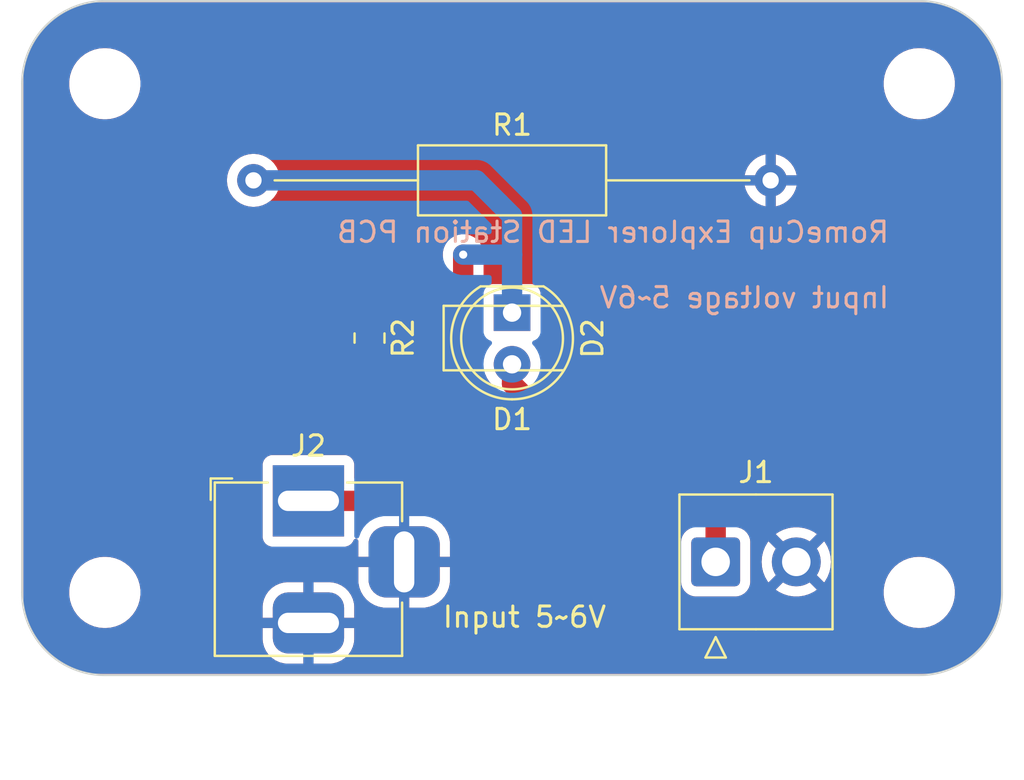
<source format=kicad_pcb>
(kicad_pcb (version 20221018) (generator pcbnew)
  (layers (0 "F.Cu" signal) (31 "B.Cu" signal) (34 "B.Paste" user) (35 "F.Paste" user) (36 "B.SilkS" user "B.Silkscreen") (37 "F.SilkS" user "F.Silkscreen") (38 "B.Mask" user) (39 "F.Mask" user) (44 "Edge.Cuts" user))
  (net 0 "")
  (net 1 "VCC")
  (net 2 "GND")
  (net 3 "Net-(D1-K)")
  (footprint "Connector_BarrelJack:BarrelJack_Horizontal" (layer "F.Cu") (at 103.0148 75.1168 90)
    (fp_text reference "J2" (at 2.7 0 180) (layer "F.SilkS"))
    (fp_text value "Conn_01x03_Socket")
    (fp_line (start -7.62 -4.6) (end 0.9 -4.6) (stroke (width 0.12)) (layer "F.SilkS"))
    (fp_line (start -7.62 4.6) (end -7.62 -4.6) (stroke (width 0.12)) (layer "F.SilkS"))
    (fp_line (start -5 4.6) (end -7.62 4.6) (stroke (width 0.12)) (layer "F.SilkS"))
    (fp_line (start 0.05 -4.8) (end 1.1 -4.8) (stroke (width 0.12)) (layer "F.SilkS"))
    (fp_line (start 0.9 -4.6) (end 0.9 -2) (stroke (width 0.12)) (layer "F.SilkS"))
    (fp_line (start 0.9 1.9) (end 0.9 4.6) (stroke (width 0.12)) (layer "F.SilkS"))
    (fp_line (start 0.9 4.6) (end -1 4.6) (stroke (width 0.12)) (layer "F.SilkS"))
    (fp_line (start 1.1 -3.75) (end 1.1 -4.8) (stroke (width 0.12)) (layer "F.SilkS"))
    (pad "1" thru_hole rect (at 0 0 90) (size 3.5 3.5) (drill oval 1 3) (layers "*.Cu" "*.Mask") (net 1 "VCC"))
    (pad "2" thru_hole roundrect (at -6 0 90) (size 3 3.5) (drill oval 1 3) (layers "*.Cu" "*.Mask") (net 2 "GND"))
    (pad "3" thru_hole roundrect (at -3 4.7 90) (size 3.5 3.5) (drill oval 3 1) (layers "*.Cu" "*.Mask") (net 2 "GND"))
  )
  (footprint "MountingHole:MountingHole_3mm" (layer "F.Cu") (at 93.0148 54.6168)
    (fp_text reference "H1" hide)
    (fp_text value "MountingHole")
    (pad "" np_thru_hole circle (at 0 0) (size 3 3) (drill 3) (layers "*.Cu" "*.Mask"))
  )
  (footprint "Connector_TE-Connectivity:TE_826576-2_1x02_P3.96mm_Vertical" (layer "F.Cu") (at 123.0148 78.1168)
    (fp_text reference "J1" (at 1.98 -4.4) (layer "F.SilkS"))
    (fp_text value "Conn_01x02_Socket")
    (fp_line (start -1.78 -3.31) (end -1.78 3.31) (stroke (width 0.12)) (layer "F.SilkS"))
    (fp_line (start -1.78 3.31) (end 1.98 3.31) (stroke (width 0.12)) (layer "F.SilkS"))
    (fp_line (start -0.5 4.7) (end 0 3.7) (stroke (width 0.12)) (layer "F.SilkS"))
    (fp_line (start 0 3.7) (end 0.5 4.7) (stroke (width 0.12)) (layer "F.SilkS"))
    (fp_line (start 0.5 4.7) (end -0.5 4.7) (stroke (width 0.12)) (layer "F.SilkS"))
    (fp_line (start 1.98 -3.31) (end -1.78 -3.31) (stroke (width 0.12)) (layer "F.SilkS"))
    (fp_line (start 1.98 -3.31) (end 5.74 -3.31) (stroke (width 0.12)) (layer "F.SilkS"))
    (fp_line (start 5.74 -3.31) (end 5.74 3.31) (stroke (width 0.12)) (layer "F.SilkS"))
    (fp_line (start 5.74 3.31) (end 1.98 3.31) (stroke (width 0.12)) (layer "F.SilkS"))
    (pad "1" thru_hole roundrect (at 0 0) (size 2.4 2.4) (drill 1.4) (layers "*.Cu" "*.Mask") (roundrect_rratio 0.1041670833) (net 1 "VCC"))
    (pad "2" thru_hole circle (at 3.96 0) (size 2.4 2.4) (drill 1.4) (layers "*.Cu" "*.Mask") (net 2 "GND"))
  )
  (footprint "LED_THT:LED_D5.0mm" (layer "F.Cu") (at 113.0148 65.8668 -90)
    (fp_text reference "D2" (at 1.27 -3.96 90) (layer "F.SilkS"))
    (fp_text value "LED")
    (fp_line (start -1.29 -1.545) (end -1.29 1.545) (stroke (width 0.12)) (layer "F.SilkS"))
    (fp_arc (start -1.29 -1.54483) (mid 2.072002 -2.880433) (end 4.26 0.000462) (stroke (width 0.12)) (layer "F.SilkS"))
    (fp_arc (start 4.26 -0.000462) (mid 2.072002 2.880433) (end -1.29 1.54483) (stroke (width 0.12)) (layer "F.SilkS"))
    (fp_circle (center 1.27 0) (end 3.77 0) (stroke (width 0.12)) (fill none) (layer "F.SilkS"))
    (pad "1" thru_hole rect (at 0 0 270) (size 1.8 1.8) (drill 0.9) (layers "*.Cu" "*.Mask") (net 3 "Net-(D1-K)"))
    (pad "2" thru_hole circle (at 2.54 0 270) (size 1.8 1.8) (drill 0.9) (layers "*.Cu" "*.Mask") (net 1 "VCC"))
  )
  (footprint "LED_SMD:LED_2010_5025Metric_Pad1.52x2.65mm_HandSolder" (layer "F.Cu") (at 113.0148 67.1168)
    (fp_text reference "D1" (at 0 4) (layer "F.SilkS"))
    (fp_text value "LED")
    (fp_line (start -3.36 -1.585) (end -3.36 1.585) (stroke (width 0.12)) (layer "F.SilkS"))
    (fp_line (start -3.36 1.585) (end 2.5 1.585) (stroke (width 0.12)) (layer "F.SilkS"))
    (fp_line (start 2.5 -1.585) (end -3.36 -1.585) (stroke (width 0.12)) (layer "F.SilkS"))
    (pad "1" smd roundrect (at -2.3375 0) (size 1.525 2.65) (layers "F.Cu" "F.Paste" "F.Mask") (roundrect_rratio 0.1639337705) (net 3 "Net-(D1-K)"))
    (pad "2" smd roundrect (at 2.3375 0) (size 1.525 2.65) (layers "F.Cu" "F.Paste" "F.Mask") (roundrect_rratio 0.1639337705) (net 1 "VCC"))
  )
  (footprint "MountingHole:MountingHole_3mm" (layer "F.Cu") (at 93.0148 79.6168)
    (fp_text reference "H3" hide)
    (fp_text value "MountingHole")
    (pad "" np_thru_hole circle (at 0 0) (size 3 3) (drill 3) (layers "*.Cu" "*.Mask"))
  )
  (footprint "MountingHole:MountingHole_3mm" (layer "F.Cu") (at 133.0148 79.6168)
    (fp_text reference "H4" hide)
    (fp_text value "MountingHole")
    (pad "" np_thru_hole circle (at 0 0) (size 3 3) (drill 3) (layers "*.Cu" "*.Mask"))
  )
  (footprint "Resistor_THT:R_Axial_DIN0309_L9.0mm_D3.2mm_P25.40mm_Horizontal" (layer "F.Cu") (at 100.3148 59.3668)
    (fp_text reference "R1" (at 12.7 -2.72) (layer "F.SilkS"))
    (fp_text value "R")
    (fp_line (start 1.04 0) (end 8.08 0) (stroke (width 0.12)) (layer "F.SilkS"))
    (fp_line (start 8.08 -1.72) (end 8.08 1.72) (stroke (width 0.12)) (layer "F.SilkS"))
    (fp_line (start 8.08 1.72) (end 17.32 1.72) (stroke (width 0.12)) (layer "F.SilkS"))
    (fp_line (start 17.32 -1.72) (end 8.08 -1.72) (stroke (width 0.12)) (layer "F.SilkS"))
    (fp_line (start 17.32 1.72) (end 17.32 -1.72) (stroke (width 0.12)) (layer "F.SilkS"))
    (fp_line (start 24.36 0) (end 17.32 0) (stroke (width 0.12)) (layer "F.SilkS"))
    (pad "1" thru_hole circle (at 0 0) (size 1.6 1.6) (drill 0.8) (layers "*.Cu" "*.Mask") (net 3 "Net-(D1-K)"))
    (pad "2" thru_hole oval (at 25.4 0) (size 1.6 1.6) (drill 0.8) (layers "*.Cu" "*.Mask") (net 2 "GND"))
  )
  (footprint "MountingHole:MountingHole_3mm" (layer "F.Cu") (at 133.0148 54.6168)
    (fp_text reference "H2" hide)
    (fp_text value "MountingHole")
    (pad "" np_thru_hole circle (at 0 0) (size 3 3) (drill 3) (layers "*.Cu" "*.Mask"))
  )
  (footprint "Resistor_SMD:R_0805_2012Metric_Pad1.20x1.40mm_HandSolder" (layer "F.Cu") (at 106.0148 67.1168 -90)
    (fp_text reference "R2" (at 0 -1.65 90) (layer "F.SilkS"))
    (fp_text value "R")
    (fp_line (start -0.227064 -0.735) (end 0.227064 -0.735) (stroke (width 0.12)) (layer "F.SilkS"))
    (fp_line (start -0.227064 0.735) (end 0.227064 0.735) (stroke (width 0.12)) (layer "F.SilkS"))
    (pad "1" smd roundrect (at -1 0 270) (size 1.2 1.4) (layers "F.Cu" "F.Paste" "F.Mask") (roundrect_rratio 0.2083333333) (net 3 "Net-(D1-K)"))
    (pad "2" smd roundrect (at 1 0 270) (size 1.2 1.4) (layers "F.Cu" "F.Paste" "F.Mask") (roundrect_rratio 0.2083333333) (net 2 "GND"))
  )
  (gr_line (start 93.0148 50.5528) (end 133.0148 50.5528) (stroke (width 0.1)) (layer "Edge.Cuts"))
  (gr_arc (start 93.0148 83.6808) (mid 90.141118 82.490482) (end 88.9508 79.6168) (stroke (width 0.1)) (layer "Edge.Cuts"))
  (gr_arc (start 133.0148 50.5528) (mid 135.888482 51.743118) (end 137.0788 54.6168) (stroke (width 0.1)) (layer "Edge.Cuts"))
  (gr_arc (start 137.0788 79.6168) (mid 135.888482 82.490482) (end 133.0148 83.6808) (stroke (width 0.1)) (layer "Edge.Cuts"))
  (gr_arc (start 88.9508 54.6168) (mid 90.141118 51.743118) (end 93.0148 50.5528) (stroke (width 0.1)) (layer "Edge.Cuts"))
  (gr_line (start 88.9508 54.6168) (end 88.9508 79.6168) (stroke (width 0.1)) (layer "Edge.Cuts"))
  (gr_line (start 93.0148 83.6808) (end 133.0148 83.6808) (stroke (width 0.1)) (layer "Edge.Cuts"))
  (gr_line (start 137.0788 79.6168) (end 137.0788 54.6168) (stroke (width 0.1)) (layer "Edge.Cuts"))
  (gr_text "RomeCup Explorer LED Station PCB\n\nInput voltage 5~6V" (at 131.6148 65.7168) (layer "B.SilkS") (effects (font (size 1 1)) (justify left bottom mirror)))
  (gr_text "Input 5~6V" (at 109.5248 81.4138) (layer "F.SilkS") (effects (font (size 1 1)) (justify left bottom)))
  (segment (start 122.0148 75.1168) (end 123.0148 76.1168) (width 1) (layer "F.Cu") (net 1))
  (segment (start 113.7648 70.1168) (end 115.3523 70.1168) (width 1) (layer "F.Cu") (net 1))
  (segment (start 115.3523 67.1168) (end 115.3523 70.1168) (width 1) (layer "F.Cu") (net 1))
  (segment (start 115.5148 75.1168) (end 122.0148 75.1168) (width 1) (layer "F.Cu") (net 1))
  (segment (start 103.0148 75.1168) (end 115.5148 75.1168) (width 1) (layer "F.Cu") (net 1))
  (segment (start 113.0148 69.3668) (end 113.7648 70.1168) (width 1) (layer "F.Cu") (net 1))
  (segment (start 115.3523 70.1168) (end 115.3523 74.9543) (width 1) (layer "F.Cu") (net 1))
  (segment (start 113.0148 68.4068) (end 113.0148 69.3668) (width 1) (layer "F.Cu") (net 1))
  (segment (start 123.0148 76.1168) (end 123.0148 78.1168) (width 1) (layer "F.Cu") (net 1))
  (segment (start 115.3523 74.9543) (end 115.5148 75.1168) (width 1) (layer "F.Cu") (net 1))
  (segment (start 110.6148 64.4168) (end 106.6148 64.4168) (width 1) (layer "F.Cu") (net 3))
  (segment (start 106.0148 65.0168) (end 106.0148 66.1168) (width 1) (layer "F.Cu") (net 3))
  (segment (start 106.6148 64.4168) (end 106.0148 65.0168) (width 1) (layer "F.Cu") (net 3))
  (segment (start 110.6148 63.0168) (end 110.6148 64.4168) (width 1) (layer "F.Cu") (net 3))
  (segment (start 110.6148 64.4168) (end 110.6148 67.0543) (width 1) (layer "F.Cu") (net 3))
  (segment (start 110.6148 67.0543) (end 110.6773 67.1168) (width 1) (layer "F.Cu") (net 3))
  (via (at 110.6148 63.0168) (size 0.8) (drill 0.4) (layers "F.Cu" "B.Cu") (net 3))
  (segment (start 113.0148 61.1168) (end 112.3898 60.4918) (width 1) (layer "B.Cu") (net 3))
  (segment (start 110.6148 63.0168) (end 113.0148 63.0168) (width 1) (layer "B.Cu") (net 3))
  (segment (start 111.2648 59.3668) (end 100.3148 59.3668) (width 1) (layer "B.Cu") (net 3))
  (segment (start 113.0148 65.8668) (end 113.0148 63.0168) (width 1) (layer "B.Cu") (net 3))
  (segment (start 112.3898 60.4918) (end 111.2648 59.3668) (width 1) (layer "B.Cu") (net 3))
  (segment (start 113.0148 63.0168) (end 113.0148 61.1168) (width 1) (layer "B.Cu") (net 3))
  (zone (net 2) (net_name "GND") (layers "F&B.Cu") (connect_pads (clearance 0.5)) (min_thickness 0.25) (fill yes (thermal_gap 0.5) (thermal_bridge_width 0.5))
    (polygon (pts (xy 137.0148 50.6168) (xy 89.0148 50.6168) (xy 89.0148 83.6168) (xy 137.2148 83.6168)))
  )
)
</source>
